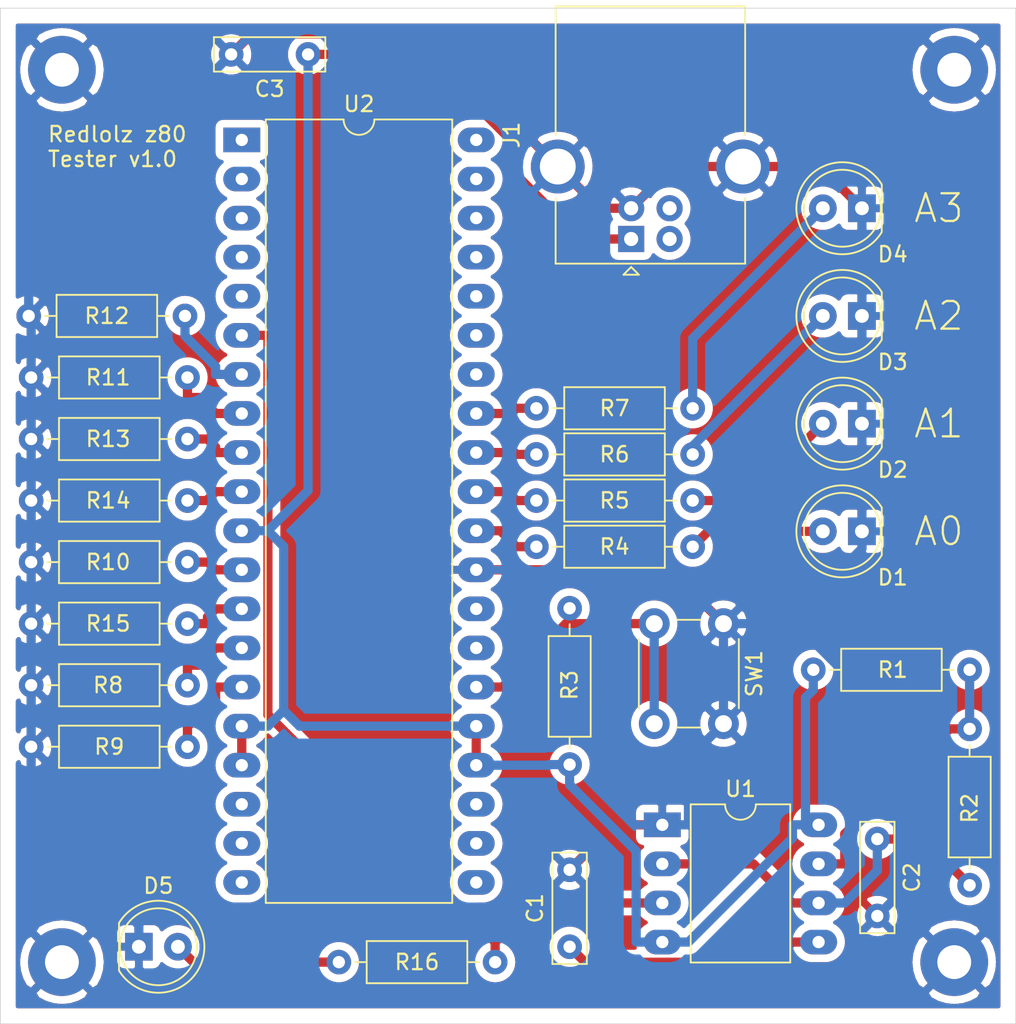
<source format=kicad_pcb>
(kicad_pcb (version 20171130) (host pcbnew 5.1.4)
  (layers (0 F.Cu signal) (31 B.Cu signal) (34 B.Paste user) (35 F.Paste user) (36 B.SilkS user) (37 F.SilkS user) (38 B.Mask user) (39 F.Mask user) (44 Edge.Cuts user))
  (net 0 "")
  (net 1 GND)
  (net 2 "Net-(C1-Pad1)")
  (net 3 "Net-(C2-Pad1)")
  (net 4 +5V)
  (net 5 "Net-(D1-Pad2)")
  (net 6 "Net-(D2-Pad2)")
  (net 7 "Net-(D3-Pad2)")
  (net 8 "Net-(D4-Pad2)")
  (net 9 "Net-(R1-Pad1)")
  (net 10 "Net-(R3-Pad1)")
  (net 11 A0)
  (net 12 A1)
  (net 13 A2)
  (net 14 A3)
  (net 15 D0)
  (net 16 D1)
  (net 17 D2)
  (net 18 D3)
  (net 19 D4)
  (net 20 D5)
  (net 21 D6)
  (net 22 D7)
  (net 23 "Net-(D5-Pad2)")
  (net 24 "Net-(R16-Pad2)")
  (module MountingHole:MountingHole_2.2mm_M2_Pad (layer F.Cu) (at 140 71)
    (fp_text reference H4 hide)
    (fp_text value MountingHole_Pad hide)
    (pad 1 thru_hole circle (at 0 0) (size 4.4 4.4) (drill 2.2) (layers *.Cu *.Mask) (net 1 GND))
  )
  (module MountingHole:MountingHole_2.2mm_M2_Pad (layer F.Cu) (at 82 71)
    (fp_text reference H3 hide)
    (fp_text value MountingHole_Pad hide)
    (pad 1 thru_hole circle (at 0 0) (size 4.4 4.4) (drill 2.2) (layers *.Cu *.Mask) (net 1 GND))
  )
  (module MountingHole:MountingHole_2.2mm_M2_Pad (layer F.Cu) (at 140 129)
    (fp_text reference H2 hide)
    (fp_text value MountingHole_Pad hide)
    (pad 1 thru_hole circle (at 0 0) (size 4.4 4.4) (drill 2.2) (layers *.Cu *.Mask) (net 1 GND))
  )
  (module MountingHole:MountingHole_2.2mm_M2_Pad (layer F.Cu) (at 82 129)
    (fp_text reference H1 hide)
    (fp_text value MountingHole_Pad hide)
    (pad 1 thru_hole circle (at 0 0) (size 4.4 4.4) (drill 2.2) (layers *.Cu *.Mask) (net 1 GND))
  )
  (module Resistor_THT:R_Axial_DIN0207_L6.3mm_D2.5mm_P10.16mm_Horizontal (layer F.Cu) (at 100 129)
    (fp_text reference R16 (at 5.08 0) (layer F.SilkS))
    (fp_text value 150 hide)
    (fp_line (start 9.12 0) (end 8.35 0) (layer F.SilkS) (width 0.12))
    (fp_line (start 1.04 0) (end 1.81 0) (layer F.SilkS) (width 0.12))
    (fp_line (start 8.35 -1.37) (end 1.81 -1.37) (layer F.SilkS) (width 0.12))
    (fp_line (start 8.35 1.37) (end 8.35 -1.37) (layer F.SilkS) (width 0.12))
    (fp_line (start 1.81 1.37) (end 8.35 1.37) (layer F.SilkS) (width 0.12))
    (fp_line (start 1.81 -1.37) (end 1.81 1.37) (layer F.SilkS) (width 0.12))
    (pad 2 thru_hole oval (at 10.16 0) (size 1.6 1.6) (drill 0.8) (layers *.Cu *.Mask) (net 24 "Net-(R16-Pad2)"))
    (pad 1 thru_hole circle (at 0 0) (size 1.6 1.6) (drill 0.8) (layers *.Cu *.Mask) (net 23 "Net-(D5-Pad2)"))
  )
  (module LED_THT:LED_D5.0mm (layer F.Cu) (at 87 128)
    (fp_text reference D5 (at 1.27 -3.96) (layer F.SilkS))
    (fp_text value LED)
    (fp_line (start -1.29 -1.545) (end -1.29 1.545) (layer F.SilkS) (width 0.12))
    (fp_circle (center 1.27 0) (end 3.77 0) (layer F.SilkS) (width 0.12))
    (fp_arc (start 1.27 0) (end -1.29 1.54483) (angle -148.9) (layer F.SilkS) (width 0.12))
    (fp_arc (start 1.27 0) (end -1.29 -1.54483) (angle 148.9) (layer F.SilkS) (width 0.12))
    (pad 2 thru_hole circle (at 2.54 0) (size 1.8 1.8) (drill 0.9) (layers *.Cu *.Mask) (net 23 "Net-(D5-Pad2)"))
    (pad 1 thru_hole rect (at 0 0) (size 1.8 1.8) (drill 0.9) (layers *.Cu *.Mask) (net 1 GND))
  )
  (module Package_DIP:DIP-8_W10.16mm_LongPads (layer F.Cu) (at 121.025 120.075)
    (fp_text reference U1 (at 5.08 -2.33) (layer F.SilkS))
    (fp_text value NE555)
    (fp_line (start 8.315 -1.33) (end 6.08 -1.33) (layer F.SilkS) (width 0.12))
    (fp_line (start 8.315 8.95) (end 8.315 -1.33) (layer F.SilkS) (width 0.12))
    (fp_line (start 1.845 8.95) (end 8.315 8.95) (layer F.SilkS) (width 0.12))
    (fp_line (start 1.845 -1.33) (end 1.845 8.95) (layer F.SilkS) (width 0.12))
    (fp_line (start 4.08 -1.33) (end 1.845 -1.33) (layer F.SilkS) (width 0.12))
    (fp_arc (start 5.08 -1.33) (end 4.08 -1.33) (angle -180) (layer F.SilkS) (width 0.12))
    (pad 8 thru_hole oval (at 10.16 0) (size 2.4 1.6) (drill 0.8) (layers *.Cu *.Mask) (net 4 +5V))
    (pad 4 thru_hole oval (at 0 7.62) (size 2.4 1.6) (drill 0.8) (layers *.Cu *.Mask) (net 4 +5V))
    (pad 7 thru_hole oval (at 10.16 2.54) (size 2.4 1.6) (drill 0.8) (layers *.Cu *.Mask) (net 9 "Net-(R1-Pad1)"))
    (pad 3 thru_hole oval (at 0 5.08) (size 2.4 1.6) (drill 0.8) (layers *.Cu *.Mask) (net 24 "Net-(R16-Pad2)"))
    (pad 6 thru_hole oval (at 10.16 5.08) (size 2.4 1.6) (drill 0.8) (layers *.Cu *.Mask) (net 3 "Net-(C2-Pad1)"))
    (pad 2 thru_hole oval (at 0 2.54) (size 2.4 1.6) (drill 0.8) (layers *.Cu *.Mask) (net 3 "Net-(C2-Pad1)"))
    (pad 5 thru_hole oval (at 10.16 7.62) (size 2.4 1.6) (drill 0.8) (layers *.Cu *.Mask) (net 2 "Net-(C1-Pad1)"))
    (pad 1 thru_hole rect (at 0 0) (size 2.4 1.6) (drill 0.8) (layers *.Cu *.Mask) (net 1 GND))
  )
  (module Button_Switch_THT:SW_PUSH_6mm (layer F.Cu) (at 125 107 270)
    (fp_text reference SW1 (at 3.25 -2 90) (layer F.SilkS))
    (fp_text value SW_Push)
    (fp_line (start 6.75 3) (end 6.75 1.5) (layer F.SilkS) (width 0.12))
    (fp_line (start 5.5 -1) (end 1 -1) (layer F.SilkS) (width 0.12))
    (fp_line (start -0.25 1.5) (end -0.25 3) (layer F.SilkS) (width 0.12))
    (fp_line (start 1 5.5) (end 5.5 5.5) (layer F.SilkS) (width 0.12))
    (pad 1 thru_hole circle (at 6.5 0) (size 2 2) (drill 1.1) (layers *.Cu *.Mask) (net 1 GND))
    (pad 2 thru_hole circle (at 6.5 4.5) (size 2 2) (drill 1.1) (layers *.Cu *.Mask) (net 10 "Net-(R3-Pad1)"))
    (pad 1 thru_hole circle (at 0 0) (size 2 2) (drill 1.1) (layers *.Cu *.Mask) (net 1 GND))
    (pad 2 thru_hole circle (at 0 4.5) (size 2 2) (drill 1.1) (layers *.Cu *.Mask) (net 10 "Net-(R3-Pad1)"))
  )
  (module Package_DIP:DIP-40_W15.24mm_LongPads (layer F.Cu) (at 93.69 75.56)
    (fp_text reference U2 (at 7.62 -2.33) (layer F.SilkS))
    (fp_text value Z80CPU)
    (fp_line (start 13.68 -1.33) (end 8.62 -1.33) (layer F.SilkS) (width 0.12))
    (fp_line (start 13.68 49.59) (end 13.68 -1.33) (layer F.SilkS) (width 0.12))
    (fp_line (start 1.56 49.59) (end 13.68 49.59) (layer F.SilkS) (width 0.12))
    (fp_line (start 1.56 -1.33) (end 1.56 49.59) (layer F.SilkS) (width 0.12))
    (fp_line (start 6.62 -1.33) (end 1.56 -1.33) (layer F.SilkS) (width 0.12))
    (fp_arc (start 7.62 -1.33) (end 6.62 -1.33) (angle -180) (layer F.SilkS) (width 0.12))
    (pad 40 thru_hole oval (at 15.24 0) (size 2.4 1.6) (drill 0.8) (layers *.Cu *.Mask))
    (pad 20 thru_hole oval (at 0 48.26) (size 2.4 1.6) (drill 0.8) (layers *.Cu *.Mask))
    (pad 39 thru_hole oval (at 15.24 2.54) (size 2.4 1.6) (drill 0.8) (layers *.Cu *.Mask))
    (pad 19 thru_hole oval (at 0 45.72) (size 2.4 1.6) (drill 0.8) (layers *.Cu *.Mask))
    (pad 38 thru_hole oval (at 15.24 5.08) (size 2.4 1.6) (drill 0.8) (layers *.Cu *.Mask))
    (pad 18 thru_hole oval (at 0 43.18) (size 2.4 1.6) (drill 0.8) (layers *.Cu *.Mask))
    (pad 37 thru_hole oval (at 15.24 7.62) (size 2.4 1.6) (drill 0.8) (layers *.Cu *.Mask))
    (pad 17 thru_hole oval (at 0 40.64) (size 2.4 1.6) (drill 0.8) (layers *.Cu *.Mask) (net 4 +5V))
    (pad 36 thru_hole oval (at 15.24 10.16) (size 2.4 1.6) (drill 0.8) (layers *.Cu *.Mask))
    (pad 16 thru_hole oval (at 0 38.1) (size 2.4 1.6) (drill 0.8) (layers *.Cu *.Mask) (net 4 +5V))
    (pad 35 thru_hole oval (at 15.24 12.7) (size 2.4 1.6) (drill 0.8) (layers *.Cu *.Mask))
    (pad 15 thru_hole oval (at 0 35.56) (size 2.4 1.6) (drill 0.8) (layers *.Cu *.Mask) (net 16 D1))
    (pad 34 thru_hole oval (at 15.24 15.24) (size 2.4 1.6) (drill 0.8) (layers *.Cu *.Mask))
    (pad 14 thru_hole oval (at 0 33.02) (size 2.4 1.6) (drill 0.8) (layers *.Cu *.Mask) (net 15 D0))
    (pad 33 thru_hole oval (at 15.24 17.78) (size 2.4 1.6) (drill 0.8) (layers *.Cu *.Mask) (net 14 A3))
    (pad 13 thru_hole oval (at 0 30.48) (size 2.4 1.6) (drill 0.8) (layers *.Cu *.Mask) (net 22 D7))
    (pad 32 thru_hole oval (at 15.24 20.32) (size 2.4 1.6) (drill 0.8) (layers *.Cu *.Mask) (net 13 A2))
    (pad 12 thru_hole oval (at 0 27.94) (size 2.4 1.6) (drill 0.8) (layers *.Cu *.Mask) (net 17 D2))
    (pad 31 thru_hole oval (at 15.24 22.86) (size 2.4 1.6) (drill 0.8) (layers *.Cu *.Mask) (net 12 A1))
    (pad 11 thru_hole oval (at 0 25.4) (size 2.4 1.6) (drill 0.8) (layers *.Cu *.Mask) (net 4 +5V))
    (pad 30 thru_hole oval (at 15.24 25.4) (size 2.4 1.6) (drill 0.8) (layers *.Cu *.Mask) (net 11 A0))
    (pad 10 thru_hole oval (at 0 22.86) (size 2.4 1.6) (drill 0.8) (layers *.Cu *.Mask) (net 21 D6))
    (pad 29 thru_hole oval (at 15.24 27.94) (size 2.4 1.6) (drill 0.8) (layers *.Cu *.Mask) (net 1 GND))
    (pad 9 thru_hole oval (at 0 20.32) (size 2.4 1.6) (drill 0.8) (layers *.Cu *.Mask) (net 20 D5))
    (pad 28 thru_hole oval (at 15.24 30.48) (size 2.4 1.6) (drill 0.8) (layers *.Cu *.Mask))
    (pad 8 thru_hole oval (at 0 17.78) (size 2.4 1.6) (drill 0.8) (layers *.Cu *.Mask) (net 18 D3))
    (pad 27 thru_hole oval (at 15.24 33.02) (size 2.4 1.6) (drill 0.8) (layers *.Cu *.Mask))
    (pad 7 thru_hole oval (at 0 15.24) (size 2.4 1.6) (drill 0.8) (layers *.Cu *.Mask) (net 19 D4))
    (pad 26 thru_hole oval (at 15.24 35.56) (size 2.4 1.6) (drill 0.8) (layers *.Cu *.Mask) (net 10 "Net-(R3-Pad1)"))
    (pad 6 thru_hole oval (at 0 12.7) (size 2.4 1.6) (drill 0.8) (layers *.Cu *.Mask) (net 24 "Net-(R16-Pad2)"))
    (pad 25 thru_hole oval (at 15.24 38.1) (size 2.4 1.6) (drill 0.8) (layers *.Cu *.Mask) (net 4 +5V))
    (pad 5 thru_hole oval (at 0 10.16) (size 2.4 1.6) (drill 0.8) (layers *.Cu *.Mask))
    (pad 24 thru_hole oval (at 15.24 40.64) (size 2.4 1.6) (drill 0.8) (layers *.Cu *.Mask) (net 4 +5V))
    (pad 4 thru_hole oval (at 0 7.62) (size 2.4 1.6) (drill 0.8) (layers *.Cu *.Mask))
    (pad 23 thru_hole oval (at 15.24 43.18) (size 2.4 1.6) (drill 0.8) (layers *.Cu *.Mask))
    (pad 3 thru_hole oval (at 0 5.08) (size 2.4 1.6) (drill 0.8) (layers *.Cu *.Mask))
    (pad 22 thru_hole oval (at 15.24 45.72) (size 2.4 1.6) (drill 0.8) (layers *.Cu *.Mask))
    (pad 2 thru_hole oval (at 0 2.54) (size 2.4 1.6) (drill 0.8) (layers *.Cu *.Mask))
    (pad 21 thru_hole oval (at 15.24 48.26) (size 2.4 1.6) (drill 0.8) (layers *.Cu *.Mask))
    (pad 1 thru_hole rect (at 0 0) (size 2.4 1.6) (drill 0.8) (layers *.Cu *.Mask))
  )
  (module Resistor_THT:R_Axial_DIN0207_L6.3mm_D2.5mm_P10.16mm_Horizontal (layer F.Cu) (at 80 107)
    (fp_text reference R15 (at 5 0) (layer F.SilkS))
    (fp_text value 470 hide)
    (fp_line (start 9.12 0) (end 8.35 0) (layer F.SilkS) (width 0.12))
    (fp_line (start 1.04 0) (end 1.81 0) (layer F.SilkS) (width 0.12))
    (fp_line (start 8.35 -1.37) (end 1.81 -1.37) (layer F.SilkS) (width 0.12))
    (fp_line (start 8.35 1.37) (end 8.35 -1.37) (layer F.SilkS) (width 0.12))
    (fp_line (start 1.81 1.37) (end 8.35 1.37) (layer F.SilkS) (width 0.12))
    (fp_line (start 1.81 -1.37) (end 1.81 1.37) (layer F.SilkS) (width 0.12))
    (pad 2 thru_hole oval (at 10.16 0) (size 1.6 1.6) (drill 0.8) (layers *.Cu *.Mask) (net 22 D7))
    (pad 1 thru_hole circle (at 0 0) (size 1.6 1.6) (drill 0.8) (layers *.Cu *.Mask) (net 1 GND))
  )
  (module Resistor_THT:R_Axial_DIN0207_L6.3mm_D2.5mm_P10.16mm_Horizontal (layer F.Cu) (at 80 99)
    (fp_text reference R14 (at 5 0) (layer F.SilkS))
    (fp_text value 470 hide)
    (fp_line (start 9.12 0) (end 8.35 0) (layer F.SilkS) (width 0.12))
    (fp_line (start 1.04 0) (end 1.81 0) (layer F.SilkS) (width 0.12))
    (fp_line (start 8.35 -1.37) (end 1.81 -1.37) (layer F.SilkS) (width 0.12))
    (fp_line (start 8.35 1.37) (end 8.35 -1.37) (layer F.SilkS) (width 0.12))
    (fp_line (start 1.81 1.37) (end 8.35 1.37) (layer F.SilkS) (width 0.12))
    (fp_line (start 1.81 -1.37) (end 1.81 1.37) (layer F.SilkS) (width 0.12))
    (pad 2 thru_hole oval (at 10.16 0) (size 1.6 1.6) (drill 0.8) (layers *.Cu *.Mask) (net 21 D6))
    (pad 1 thru_hole circle (at 0 0) (size 1.6 1.6) (drill 0.8) (layers *.Cu *.Mask) (net 1 GND))
  )
  (module Resistor_THT:R_Axial_DIN0207_L6.3mm_D2.5mm_P10.16mm_Horizontal (layer F.Cu) (at 80 95)
    (fp_text reference R13 (at 5 0) (layer F.SilkS))
    (fp_text value 470 hide)
    (fp_line (start 9.12 0) (end 8.35 0) (layer F.SilkS) (width 0.12))
    (fp_line (start 1.04 0) (end 1.81 0) (layer F.SilkS) (width 0.12))
    (fp_line (start 8.35 -1.37) (end 1.81 -1.37) (layer F.SilkS) (width 0.12))
    (fp_line (start 8.35 1.37) (end 8.35 -1.37) (layer F.SilkS) (width 0.12))
    (fp_line (start 1.81 1.37) (end 8.35 1.37) (layer F.SilkS) (width 0.12))
    (fp_line (start 1.81 -1.37) (end 1.81 1.37) (layer F.SilkS) (width 0.12))
    (pad 2 thru_hole oval (at 10.16 0) (size 1.6 1.6) (drill 0.8) (layers *.Cu *.Mask) (net 20 D5))
    (pad 1 thru_hole circle (at 0 0) (size 1.6 1.6) (drill 0.8) (layers *.Cu *.Mask) (net 1 GND))
  )
  (module Resistor_THT:R_Axial_DIN0207_L6.3mm_D2.5mm_P10.16mm_Horizontal (layer F.Cu) (at 79.84 87)
    (fp_text reference R12 (at 5.08 0) (layer F.SilkS))
    (fp_text value 470 hide)
    (fp_line (start 9.12 0) (end 8.35 0) (layer F.SilkS) (width 0.12))
    (fp_line (start 1.04 0) (end 1.81 0) (layer F.SilkS) (width 0.12))
    (fp_line (start 8.35 -1.37) (end 1.81 -1.37) (layer F.SilkS) (width 0.12))
    (fp_line (start 8.35 1.37) (end 8.35 -1.37) (layer F.SilkS) (width 0.12))
    (fp_line (start 1.81 1.37) (end 8.35 1.37) (layer F.SilkS) (width 0.12))
    (fp_line (start 1.81 -1.37) (end 1.81 1.37) (layer F.SilkS) (width 0.12))
    (pad 2 thru_hole oval (at 10.16 0) (size 1.6 1.6) (drill 0.8) (layers *.Cu *.Mask) (net 19 D4))
    (pad 1 thru_hole circle (at 0 0) (size 1.6 1.6) (drill 0.8) (layers *.Cu *.Mask) (net 1 GND))
  )
  (module Resistor_THT:R_Axial_DIN0207_L6.3mm_D2.5mm_P10.16mm_Horizontal (layer F.Cu) (at 80 91)
    (fp_text reference R11 (at 5 0) (layer F.SilkS))
    (fp_text value 470 hide)
    (fp_line (start 9.12 0) (end 8.35 0) (layer F.SilkS) (width 0.12))
    (fp_line (start 1.04 0) (end 1.81 0) (layer F.SilkS) (width 0.12))
    (fp_line (start 8.35 -1.37) (end 1.81 -1.37) (layer F.SilkS) (width 0.12))
    (fp_line (start 8.35 1.37) (end 8.35 -1.37) (layer F.SilkS) (width 0.12))
    (fp_line (start 1.81 1.37) (end 8.35 1.37) (layer F.SilkS) (width 0.12))
    (fp_line (start 1.81 -1.37) (end 1.81 1.37) (layer F.SilkS) (width 0.12))
    (pad 2 thru_hole oval (at 10.16 0) (size 1.6 1.6) (drill 0.8) (layers *.Cu *.Mask) (net 18 D3))
    (pad 1 thru_hole circle (at 0 0) (size 1.6 1.6) (drill 0.8) (layers *.Cu *.Mask) (net 1 GND))
  )
  (module Resistor_THT:R_Axial_DIN0207_L6.3mm_D2.5mm_P10.16mm_Horizontal (layer F.Cu) (at 80 103)
    (fp_text reference R10 (at 5 0) (layer F.SilkS))
    (fp_text value 470 hide)
    (fp_line (start 9.12 0) (end 8.35 0) (layer F.SilkS) (width 0.12))
    (fp_line (start 1.04 0) (end 1.81 0) (layer F.SilkS) (width 0.12))
    (fp_line (start 8.35 -1.37) (end 1.81 -1.37) (layer F.SilkS) (width 0.12))
    (fp_line (start 8.35 1.37) (end 8.35 -1.37) (layer F.SilkS) (width 0.12))
    (fp_line (start 1.81 1.37) (end 8.35 1.37) (layer F.SilkS) (width 0.12))
    (fp_line (start 1.81 -1.37) (end 1.81 1.37) (layer F.SilkS) (width 0.12))
    (pad 2 thru_hole oval (at 10.16 0) (size 1.6 1.6) (drill 0.8) (layers *.Cu *.Mask) (net 17 D2))
    (pad 1 thru_hole circle (at 0 0) (size 1.6 1.6) (drill 0.8) (layers *.Cu *.Mask) (net 1 GND))
  )
  (module Resistor_THT:R_Axial_DIN0207_L6.3mm_D2.5mm_P10.16mm_Horizontal (layer F.Cu) (at 80 115)
    (fp_text reference R9 (at 5.08 0) (layer F.SilkS))
    (fp_text value 470 hide)
    (fp_line (start 9.12 0) (end 8.35 0) (layer F.SilkS) (width 0.12))
    (fp_line (start 1.04 0) (end 1.81 0) (layer F.SilkS) (width 0.12))
    (fp_line (start 8.35 -1.37) (end 1.81 -1.37) (layer F.SilkS) (width 0.12))
    (fp_line (start 8.35 1.37) (end 8.35 -1.37) (layer F.SilkS) (width 0.12))
    (fp_line (start 1.81 1.37) (end 8.35 1.37) (layer F.SilkS) (width 0.12))
    (fp_line (start 1.81 -1.37) (end 1.81 1.37) (layer F.SilkS) (width 0.12))
    (pad 2 thru_hole oval (at 10.16 0) (size 1.6 1.6) (drill 0.8) (layers *.Cu *.Mask) (net 16 D1))
    (pad 1 thru_hole circle (at 0 0) (size 1.6 1.6) (drill 0.8) (layers *.Cu *.Mask) (net 1 GND))
  )
  (module Resistor_THT:R_Axial_DIN0207_L6.3mm_D2.5mm_P10.16mm_Horizontal (layer F.Cu) (at 80 111)
    (fp_text reference R8 (at 5 0) (layer F.SilkS))
    (fp_text value 470 hide)
    (fp_line (start 9.12 0) (end 8.35 0) (layer F.SilkS) (width 0.12))
    (fp_line (start 1.04 0) (end 1.81 0) (layer F.SilkS) (width 0.12))
    (fp_line (start 8.35 -1.37) (end 1.81 -1.37) (layer F.SilkS) (width 0.12))
    (fp_line (start 8.35 1.37) (end 8.35 -1.37) (layer F.SilkS) (width 0.12))
    (fp_line (start 1.81 1.37) (end 8.35 1.37) (layer F.SilkS) (width 0.12))
    (fp_line (start 1.81 -1.37) (end 1.81 1.37) (layer F.SilkS) (width 0.12))
    (pad 2 thru_hole oval (at 10.16 0) (size 1.6 1.6) (drill 0.8) (layers *.Cu *.Mask) (net 15 D0))
    (pad 1 thru_hole circle (at 0 0) (size 1.6 1.6) (drill 0.8) (layers *.Cu *.Mask) (net 1 GND))
  )
  (module Resistor_THT:R_Axial_DIN0207_L6.3mm_D2.5mm_P10.16mm_Horizontal (layer F.Cu) (at 123 93 180)
    (fp_text reference R7 (at 5.08 0) (layer F.SilkS))
    (fp_text value 150 hide)
    (fp_line (start 9.12 0) (end 8.35 0) (layer F.SilkS) (width 0.12))
    (fp_line (start 1.04 0) (end 1.81 0) (layer F.SilkS) (width 0.12))
    (fp_line (start 8.35 -1.37) (end 1.81 -1.37) (layer F.SilkS) (width 0.12))
    (fp_line (start 8.35 1.37) (end 8.35 -1.37) (layer F.SilkS) (width 0.12))
    (fp_line (start 1.81 1.37) (end 8.35 1.37) (layer F.SilkS) (width 0.12))
    (fp_line (start 1.81 -1.37) (end 1.81 1.37) (layer F.SilkS) (width 0.12))
    (pad 2 thru_hole oval (at 10.16 0 180) (size 1.6 1.6) (drill 0.8) (layers *.Cu *.Mask) (net 14 A3))
    (pad 1 thru_hole circle (at 0 0 180) (size 1.6 1.6) (drill 0.8) (layers *.Cu *.Mask) (net 8 "Net-(D4-Pad2)"))
  )
  (module Resistor_THT:R_Axial_DIN0207_L6.3mm_D2.5mm_P10.16mm_Horizontal (layer F.Cu) (at 123 96 180)
    (fp_text reference R6 (at 5.08 0) (layer F.SilkS))
    (fp_text value 150 hide)
    (fp_line (start 9.12 0) (end 8.35 0) (layer F.SilkS) (width 0.12))
    (fp_line (start 1.04 0) (end 1.81 0) (layer F.SilkS) (width 0.12))
    (fp_line (start 8.35 -1.37) (end 1.81 -1.37) (layer F.SilkS) (width 0.12))
    (fp_line (start 8.35 1.37) (end 8.35 -1.37) (layer F.SilkS) (width 0.12))
    (fp_line (start 1.81 1.37) (end 8.35 1.37) (layer F.SilkS) (width 0.12))
    (fp_line (start 1.81 -1.37) (end 1.81 1.37) (layer F.SilkS) (width 0.12))
    (pad 2 thru_hole oval (at 10.16 0 180) (size 1.6 1.6) (drill 0.8) (layers *.Cu *.Mask) (net 13 A2))
    (pad 1 thru_hole circle (at 0 0 180) (size 1.6 1.6) (drill 0.8) (layers *.Cu *.Mask) (net 7 "Net-(D3-Pad2)"))
  )
  (module Resistor_THT:R_Axial_DIN0207_L6.3mm_D2.5mm_P10.16mm_Horizontal (layer F.Cu) (at 123 99 180)
    (fp_text reference R5 (at 5.08 0) (layer F.SilkS))
    (fp_text value 150 hide)
    (fp_line (start 9.12 0) (end 8.35 0) (layer F.SilkS) (width 0.12))
    (fp_line (start 1.04 0) (end 1.81 0) (layer F.SilkS) (width 0.12))
    (fp_line (start 8.35 -1.37) (end 1.81 -1.37) (layer F.SilkS) (width 0.12))
    (fp_line (start 8.35 1.37) (end 8.35 -1.37) (layer F.SilkS) (width 0.12))
    (fp_line (start 1.81 1.37) (end 8.35 1.37) (layer F.SilkS) (width 0.12))
    (fp_line (start 1.81 -1.37) (end 1.81 1.37) (layer F.SilkS) (width 0.12))
    (pad 2 thru_hole oval (at 10.16 0 180) (size 1.6 1.6) (drill 0.8) (layers *.Cu *.Mask) (net 12 A1))
    (pad 1 thru_hole circle (at 0 0 180) (size 1.6 1.6) (drill 0.8) (layers *.Cu *.Mask) (net 6 "Net-(D2-Pad2)"))
  )
  (module Resistor_THT:R_Axial_DIN0207_L6.3mm_D2.5mm_P10.16mm_Horizontal (layer F.Cu) (at 123 102 180)
    (fp_text reference R4 (at 5.08 0) (layer F.SilkS))
    (fp_text value 150 hide)
    (fp_line (start 9.12 0) (end 8.35 0) (layer F.SilkS) (width 0.12))
    (fp_line (start 1.04 0) (end 1.81 0) (layer F.SilkS) (width 0.12))
    (fp_line (start 8.35 -1.37) (end 1.81 -1.37) (layer F.SilkS) (width 0.12))
    (fp_line (start 8.35 1.37) (end 8.35 -1.37) (layer F.SilkS) (width 0.12))
    (fp_line (start 1.81 1.37) (end 8.35 1.37) (layer F.SilkS) (width 0.12))
    (fp_line (start 1.81 -1.37) (end 1.81 1.37) (layer F.SilkS) (width 0.12))
    (pad 2 thru_hole oval (at 10.16 0 180) (size 1.6 1.6) (drill 0.8) (layers *.Cu *.Mask) (net 11 A0))
    (pad 1 thru_hole circle (at 0 0 180) (size 1.6 1.6) (drill 0.8) (layers *.Cu *.Mask) (net 5 "Net-(D1-Pad2)"))
  )
  (module Resistor_THT:R_Axial_DIN0207_L6.3mm_D2.5mm_P10.16mm_Horizontal (layer F.Cu) (at 115 106 270)
    (fp_text reference R3 (at 5 0 90) (layer F.SilkS))
    (fp_text value 470 hide)
    (fp_line (start 9.12 0) (end 8.35 0) (layer F.SilkS) (width 0.12))
    (fp_line (start 1.04 0) (end 1.81 0) (layer F.SilkS) (width 0.12))
    (fp_line (start 8.35 -1.37) (end 1.81 -1.37) (layer F.SilkS) (width 0.12))
    (fp_line (start 8.35 1.37) (end 8.35 -1.37) (layer F.SilkS) (width 0.12))
    (fp_line (start 1.81 1.37) (end 8.35 1.37) (layer F.SilkS) (width 0.12))
    (fp_line (start 1.81 -1.37) (end 1.81 1.37) (layer F.SilkS) (width 0.12))
    (pad 2 thru_hole oval (at 10.16 0 270) (size 1.6 1.6) (drill 0.8) (layers *.Cu *.Mask) (net 4 +5V))
    (pad 1 thru_hole circle (at 0 0 270) (size 1.6 1.6) (drill 0.8) (layers *.Cu *.Mask) (net 10 "Net-(R3-Pad1)"))
  )
  (module Resistor_THT:R_Axial_DIN0207_L6.3mm_D2.5mm_P10.16mm_Horizontal (layer F.Cu) (at 141 124 90)
    (fp_text reference R2 (at 5 0 90) (layer F.SilkS))
    (fp_text value 100k hide)
    (fp_line (start 9.12 0) (end 8.35 0) (layer F.SilkS) (width 0.12))
    (fp_line (start 1.04 0) (end 1.81 0) (layer F.SilkS) (width 0.12))
    (fp_line (start 8.35 -1.37) (end 1.81 -1.37) (layer F.SilkS) (width 0.12))
    (fp_line (start 8.35 1.37) (end 8.35 -1.37) (layer F.SilkS) (width 0.12))
    (fp_line (start 1.81 1.37) (end 8.35 1.37) (layer F.SilkS) (width 0.12))
    (fp_line (start 1.81 -1.37) (end 1.81 1.37) (layer F.SilkS) (width 0.12))
    (pad 2 thru_hole oval (at 10.16 0 90) (size 1.6 1.6) (drill 0.8) (layers *.Cu *.Mask) (net 9 "Net-(R1-Pad1)"))
    (pad 1 thru_hole circle (at 0 0 90) (size 1.6 1.6) (drill 0.8) (layers *.Cu *.Mask) (net 3 "Net-(C2-Pad1)"))
  )
  (module Resistor_THT:R_Axial_DIN0207_L6.3mm_D2.5mm_P10.16mm_Horizontal (layer F.Cu) (at 141 110 180)
    (fp_text reference R1 (at 5 0) (layer F.SilkS))
    (fp_text value 1k hide)
    (fp_line (start 9.12 0) (end 8.35 0) (layer F.SilkS) (width 0.12))
    (fp_line (start 1.04 0) (end 1.81 0) (layer F.SilkS) (width 0.12))
    (fp_line (start 8.35 -1.37) (end 1.81 -1.37) (layer F.SilkS) (width 0.12))
    (fp_line (start 8.35 1.37) (end 8.35 -1.37) (layer F.SilkS) (width 0.12))
    (fp_line (start 1.81 1.37) (end 8.35 1.37) (layer F.SilkS) (width 0.12))
    (fp_line (start 1.81 -1.37) (end 1.81 1.37) (layer F.SilkS) (width 0.12))
    (pad 2 thru_hole oval (at 10.16 0 180) (size 1.6 1.6) (drill 0.8) (layers *.Cu *.Mask) (net 4 +5V))
    (pad 1 thru_hole circle (at 0 0 180) (size 1.6 1.6) (drill 0.8) (layers *.Cu *.Mask) (net 9 "Net-(R1-Pad1)"))
  )
  (module Connector_USB:USB_B_OST_USB-B1HSxx_Horizontal (layer F.Cu) (at 119 82 90)
    (fp_text reference J1 (at 6.76 -7.77 90) (layer F.SilkS))
    (fp_text value USB_B)
    (fp_line (start -2.32 0.5) (end -1.82 0) (layer F.SilkS) (width 0.12))
    (fp_line (start -2.32 -0.5) (end -2.32 0.5) (layer F.SilkS) (width 0.12))
    (fp_line (start -1.82 0) (end -2.32 -0.5) (layer F.SilkS) (width 0.12))
    (fp_line (start 15.12 7.41) (end 6.76 7.41) (layer F.SilkS) (width 0.12))
    (fp_line (start 15.12 -4.91) (end 15.12 7.41) (layer F.SilkS) (width 0.12))
    (fp_line (start 6.76 -4.91) (end 15.12 -4.91) (layer F.SilkS) (width 0.12))
    (fp_line (start -1.6 7.41) (end 2.66 7.41) (layer F.SilkS) (width 0.12))
    (fp_line (start -1.6 -4.91) (end -1.6 7.41) (layer F.SilkS) (width 0.12))
    (fp_line (start 2.66 -4.91) (end -1.6 -4.91) (layer F.SilkS) (width 0.12))
    (pad 5 thru_hole circle (at 4.71 7.27 90) (size 3.5 3.5) (drill 2.33) (layers *.Cu *.Mask) (net 1 GND))
    (pad 5 thru_hole circle (at 4.71 -4.77 90) (size 3.5 3.5) (drill 2.33) (layers *.Cu *.Mask) (net 1 GND))
    (pad 4 thru_hole circle (at 2 0 90) (size 1.7 1.7) (drill 0.92) (layers *.Cu *.Mask) (net 1 GND))
    (pad 3 thru_hole circle (at 2 2.5 90) (size 1.7 1.7) (drill 0.92) (layers *.Cu *.Mask))
    (pad 2 thru_hole circle (at 0 2.5 90) (size 1.7 1.7) (drill 0.92) (layers *.Cu *.Mask))
    (pad 1 thru_hole rect (at 0 0 90) (size 1.7 1.7) (drill 0.92) (layers *.Cu *.Mask) (net 4 +5V))
  )
  (module LED_THT:LED_D5.0mm (layer F.Cu) (at 134 80 180)
    (fp_text reference D4 (at -2 -3) (layer F.SilkS))
    (fp_text value LED hide)
    (fp_line (start -1.29 -1.545) (end -1.29 1.545) (layer F.SilkS) (width 0.12))
    (fp_circle (center 1.27 0) (end 3.77 0) (layer F.SilkS) (width 0.12))
    (fp_arc (start 1.27 0) (end -1.29 1.54483) (angle -148.9) (layer F.SilkS) (width 0.12))
    (fp_arc (start 1.27 0) (end -1.29 -1.54483) (angle 148.9) (layer F.SilkS) (width 0.12))
    (pad 2 thru_hole circle (at 2.54 0 180) (size 1.8 1.8) (drill 0.9) (layers *.Cu *.Mask) (net 8 "Net-(D4-Pad2)"))
    (pad 1 thru_hole rect (at 0 0 180) (size 1.8 1.8) (drill 0.9) (layers *.Cu *.Mask) (net 1 GND))
  )
  (module LED_THT:LED_D5.0mm (layer F.Cu) (at 134 87 180)
    (fp_text reference D3 (at -2 -3) (layer F.SilkS))
    (fp_text value LED hide)
    (fp_line (start -1.29 -1.545) (end -1.29 1.545) (layer F.SilkS) (width 0.12))
    (fp_circle (center 1.27 0) (end 3.77 0) (layer F.SilkS) (width 0.12))
    (fp_arc (start 1.27 0) (end -1.29 1.54483) (angle -148.9) (layer F.SilkS) (width 0.12))
    (fp_arc (start 1.27 0) (end -1.29 -1.54483) (angle 148.9) (layer F.SilkS) (width 0.12))
    (pad 2 thru_hole circle (at 2.54 0 180) (size 1.8 1.8) (drill 0.9) (layers *.Cu *.Mask) (net 7 "Net-(D3-Pad2)"))
    (pad 1 thru_hole rect (at 0 0 180) (size 1.8 1.8) (drill 0.9) (layers *.Cu *.Mask) (net 1 GND))
  )
  (module LED_THT:LED_D5.0mm (layer F.Cu) (at 134 94 180)
    (fp_text reference D2 (at -2 -3) (layer F.SilkS))
    (fp_text value LED hide)
    (fp_line (start -1.29 -1.545) (end -1.29 1.545) (layer F.SilkS) (width 0.12))
    (fp_circle (center 1.27 0) (end 3.77 0) (layer F.SilkS) (width 0.12))
    (fp_arc (start 1.27 0) (end -1.29 1.54483) (angle -148.9) (layer F.SilkS) (width 0.12))
    (fp_arc (start 1.27 0) (end -1.29 -1.54483) (angle 148.9) (layer F.SilkS) (width 0.12))
    (pad 2 thru_hole circle (at 2.54 0 180) (size 1.8 1.8) (drill 0.9) (layers *.Cu *.Mask) (net 6 "Net-(D2-Pad2)"))
    (pad 1 thru_hole rect (at 0 0 180) (size 1.8 1.8) (drill 0.9) (layers *.Cu *.Mask) (net 1 GND))
  )
  (module LED_THT:LED_D5.0mm (layer F.Cu) (at 134 101 180)
    (fp_text reference D1 (at -2 -3) (layer F.SilkS))
    (fp_text value LED hide)
    (fp_line (start -1.29 -1.545) (end -1.29 1.545) (layer F.SilkS) (width 0.12))
    (fp_circle (center 1.27 0) (end 3.77 0) (layer F.SilkS) (width 0.12))
    (fp_arc (start 1.27 0) (end -1.29 1.54483) (angle -148.9) (layer F.SilkS) (width 0.12))
    (fp_arc (start 1.27 0) (end -1.29 -1.54483) (angle 148.9) (layer F.SilkS) (width 0.12))
    (pad 2 thru_hole circle (at 2.54 0 180) (size 1.8 1.8) (drill 0.9) (layers *.Cu *.Mask) (net 5 "Net-(D1-Pad2)"))
    (pad 1 thru_hole rect (at 0 0 180) (size 1.8 1.8) (drill 0.9) (layers *.Cu *.Mask) (net 1 GND))
  )
  (module Capacitor_THT:C_Rect_L7.0mm_W2.0mm_P5.00mm (layer F.Cu) (at 98 70 180)
    (fp_text reference C3 (at 2.5 -2.25) (layer F.SilkS))
    (fp_text value 100nF)
    (fp_line (start 6.12 -1.12) (end 6.12 1.12) (layer F.SilkS) (width 0.12))
    (fp_line (start -1.12 -1.12) (end -1.12 1.12) (layer F.SilkS) (width 0.12))
    (fp_line (start -1.12 1.12) (end 6.12 1.12) (layer F.SilkS) (width 0.12))
    (fp_line (start -1.12 -1.12) (end 6.12 -1.12) (layer F.SilkS) (width 0.12))
    (pad 2 thru_hole circle (at 5 0 180) (size 1.6 1.6) (drill 0.8) (layers *.Cu *.Mask) (net 1 GND))
    (pad 1 thru_hole circle (at 0 0 180) (size 1.6 1.6) (drill 0.8) (layers *.Cu *.Mask) (net 4 +5V))
  )
  (module Capacitor_THT:C_Rect_L7.0mm_W2.0mm_P5.00mm (layer F.Cu) (at 135 121 270)
    (fp_text reference C2 (at 2.5 -2.25 90) (layer F.SilkS))
    (fp_text value 1uF)
    (fp_line (start 6.12 -1.12) (end 6.12 1.12) (layer F.SilkS) (width 0.12))
    (fp_line (start -1.12 -1.12) (end -1.12 1.12) (layer F.SilkS) (width 0.12))
    (fp_line (start -1.12 1.12) (end 6.12 1.12) (layer F.SilkS) (width 0.12))
    (fp_line (start -1.12 -1.12) (end 6.12 -1.12) (layer F.SilkS) (width 0.12))
    (pad 2 thru_hole circle (at 5 0 270) (size 1.6 1.6) (drill 0.8) (layers *.Cu *.Mask) (net 1 GND))
    (pad 1 thru_hole circle (at 0 0 270) (size 1.6 1.6) (drill 0.8) (layers *.Cu *.Mask) (net 3 "Net-(C2-Pad1)"))
  )
  (module Capacitor_THT:C_Rect_L7.0mm_W2.0mm_P5.00mm (layer F.Cu) (at 115 128 90)
    (fp_text reference C1 (at 2.5 -2.25 90) (layer F.SilkS))
    (fp_text value 10nF)
    (fp_line (start 6.12 -1.12) (end 6.12 1.12) (layer F.SilkS) (width 0.12))
    (fp_line (start -1.12 -1.12) (end -1.12 1.12) (layer F.SilkS) (width 0.12))
    (fp_line (start -1.12 1.12) (end 6.12 1.12) (layer F.SilkS) (width 0.12))
    (fp_line (start -1.12 -1.12) (end 6.12 -1.12) (layer F.SilkS) (width 0.12))
    (pad 2 thru_hole circle (at 5 0 90) (size 1.6 1.6) (drill 0.8) (layers *.Cu *.Mask) (net 1 GND))
    (pad 1 thru_hole circle (at 0 0 90) (size 1.6 1.6) (drill 0.8) (layers *.Cu *.Mask) (net 2 "Net-(C1-Pad1)"))
  )
  (gr_text "Redlolz z80\nTester v1.0" (at 81 76) (layer F.SilkS) (effects (font (size 1 1)) (justify left)))
  (gr_text A3 (at 139 80) (layer F.SilkS) (effects (font (size 1.8 1.8))))
  (gr_text A2 (at 139 87) (layer F.SilkS) (effects (font (size 1.8 1.8))))
  (gr_text A1 (at 139 94) (layer F.SilkS) (effects (font (size 1.8 1.8))))
  (gr_text A0 (at 139 101) (layer F.SilkS) (effects (font (size 1.8 1.8))))
  (gr_line (start 144 67) (end 144 133) (layer Edge.Cuts) (width 0.05))
  (gr_line (start 78 67) (end 144 67) (layer Edge.Cuts) (width 0.05))
  (gr_line (start 78 133) (end 78 67) (layer Edge.Cuts) (width 0.05))
  (gr_line (start 144 133) (end 78 133) (layer Edge.Cuts) (width 0.05))
  (segment (start 125 107) (end 121.5 103.5) (width 0.6) (layer F.Cu) (net 1))
  (segment (start 121.5 103.5) (end 108.93 103.5) (width 0.6) (layer F.Cu) (net 1))
  (segment (start 129.4029 106.7191) (end 129.122 107) (width 0.6) (layer B.Cu) (net 1))
  (segment (start 129.122 107) (end 125 107) (width 0.6) (layer B.Cu) (net 1))
  (segment (start 134 101.9781) (end 134 102.122) (width 0.6) (layer B.Cu) (net 1))
  (segment (start 134 102.122) (end 129.4029 106.7191) (width 0.6) (layer B.Cu) (net 1))
  (segment (start 129.4029 106.7191) (end 136.328 113.6443) (width 0.6) (layer B.Cu) (net 1))
  (segment (start 136.328 113.6443) (end 136.328 124.672) (width 0.6) (layer B.Cu) (net 1))
  (segment (start 136.328 124.672) (end 135 126) (width 0.6) (layer B.Cu) (net 1))
  (segment (start 134 101) (end 134 101.9781) (width 0.6) (layer B.Cu) (net 1))
  (segment (start 134 94) (end 134 101) (width 0.6) (layer B.Cu) (net 1))
  (segment (start 121.025 120.075) (end 122.7253 120.075) (width 0.6) (layer B.Cu) (net 1))
  (segment (start 122.7253 120.075) (end 122.7253 115.7747) (width 0.6) (layer B.Cu) (net 1))
  (segment (start 122.7253 115.7747) (end 125 113.5) (width 0.6) (layer B.Cu) (net 1))
  (segment (start 114.23 77.29) (end 105.61 68.67) (width 0.6) (layer F.Cu) (net 1))
  (segment (start 105.61 68.67) (end 94.33 68.67) (width 0.6) (layer F.Cu) (net 1))
  (segment (start 94.33 68.67) (end 93 70) (width 0.6) (layer F.Cu) (net 1))
  (segment (start 119 80) (end 116.94 80) (width 0.6) (layer F.Cu) (net 1))
  (segment (start 116.94 80) (end 114.23 77.29) (width 0.6) (layer F.Cu) (net 1))
  (segment (start 80 91) (end 80 87.16) (width 0.6) (layer B.Cu) (net 1))
  (segment (start 80 87.16) (end 79.84 87) (width 0.6) (layer B.Cu) (net 1))
  (segment (start 80 95) (end 80 91) (width 0.6) (layer B.Cu) (net 1))
  (segment (start 93 70) (end 79.84 83.16) (width 0.6) (layer B.Cu) (net 1))
  (segment (start 79.84 83.16) (end 79.84 87) (width 0.6) (layer B.Cu) (net 1))
  (segment (start 80 103) (end 80 107) (width 0.6) (layer B.Cu) (net 1))
  (segment (start 80 99) (end 80 103) (width 0.6) (layer B.Cu) (net 1))
  (segment (start 80 95) (end 80 99) (width 0.6) (layer B.Cu) (net 1))
  (segment (start 80 111) (end 80 107) (width 0.6) (layer B.Cu) (net 1))
  (segment (start 80 115) (end 80 111) (width 0.6) (layer B.Cu) (net 1))
  (segment (start 87 128) (end 87 126.5997) (width 0.6) (layer B.Cu) (net 1))
  (segment (start 87 126.5997) (end 80 119.5997) (width 0.6) (layer B.Cu) (net 1))
  (segment (start 80 119.5997) (end 80 115) (width 0.6) (layer B.Cu) (net 1))
  (segment (start 134 87) (end 134 80) (width 0.6) (layer B.Cu) (net 1))
  (segment (start 134 94) (end 134 87) (width 0.6) (layer B.Cu) (net 1))
  (segment (start 125 107) (end 125 113.5) (width 0.6) (layer B.Cu) (net 1))
  (segment (start 126.27 77.29) (end 131.29 77.29) (width 0.6) (layer F.Cu) (net 1))
  (segment (start 131.29 77.29) (end 134 80) (width 0.6) (layer F.Cu) (net 1))
  (segment (start 119 80) (end 121.71 77.29) (width 0.6) (layer F.Cu) (net 1))
  (segment (start 121.71 77.29) (end 126.27 77.29) (width 0.6) (layer F.Cu) (net 1))
  (segment (start 115 123) (end 117.925 120.075) (width 0.6) (layer F.Cu) (net 1))
  (segment (start 117.925 120.075) (end 121.025 120.075) (width 0.6) (layer F.Cu) (net 1))
  (segment (start 131.185 127.695) (end 129.4847 127.695) (width 0.6) (layer F.Cu) (net 2))
  (segment (start 115 128) (end 116.007 129.007) (width 0.6) (layer F.Cu) (net 2))
  (segment (start 116.007 129.007) (end 128.1727 129.007) (width 0.6) (layer F.Cu) (net 2))
  (segment (start 128.1727 129.007) (end 129.4847 127.695) (width 0.6) (layer F.Cu) (net 2))
  (segment (start 135 121) (end 138 121) (width 0.6) (layer F.Cu) (net 3))
  (segment (start 138 121) (end 141 124) (width 0.6) (layer F.Cu) (net 3))
  (segment (start 131.185 125.155) (end 129.4847 125.155) (width 0.6) (layer F.Cu) (net 3))
  (segment (start 121.025 122.615) (end 126.9447 122.615) (width 0.6) (layer F.Cu) (net 3))
  (segment (start 126.9447 122.615) (end 129.4847 125.155) (width 0.6) (layer F.Cu) (net 3))
  (segment (start 131.185 125.155) (end 132.8853 125.155) (width 0.6) (layer B.Cu) (net 3))
  (segment (start 135 121) (end 135 123.0403) (width 0.6) (layer B.Cu) (net 3))
  (segment (start 135 123.0403) (end 132.8853 125.155) (width 0.6) (layer B.Cu) (net 3))
  (segment (start 115 116.16) (end 113.6997 116.16) (width 0.6) (layer B.Cu) (net 4))
  (segment (start 108.93 116.2) (end 113.6597 116.2) (width 0.6) (layer B.Cu) (net 4))
  (segment (start 113.6597 116.2) (end 113.6997 116.16) (width 0.6) (layer B.Cu) (net 4))
  (segment (start 108.93 113.66) (end 108.93 116.2) (width 0.6) (layer F.Cu) (net 4))
  (segment (start 93.69 113.66) (end 93.69 116.2) (width 0.6) (layer F.Cu) (net 4))
  (segment (start 96.4153 112.635) (end 97.4403 113.66) (width 0.6) (layer B.Cu) (net 4))
  (segment (start 97.4403 113.66) (end 107.2297 113.66) (width 0.6) (layer B.Cu) (net 4))
  (segment (start 95.3903 100.96) (end 96.4153 101.985) (width 0.6) (layer B.Cu) (net 4))
  (segment (start 96.4153 101.985) (end 96.4153 112.635) (width 0.6) (layer B.Cu) (net 4))
  (segment (start 96.4153 112.635) (end 95.3903 113.66) (width 0.6) (layer B.Cu) (net 4))
  (segment (start 93.69 113.66) (end 95.3903 113.66) (width 0.6) (layer B.Cu) (net 4))
  (segment (start 121.025 127.695) (end 119.3247 127.695) (width 0.6) (layer B.Cu) (net 4))
  (segment (start 115 116.16) (end 115 117.4603) (width 0.6) (layer B.Cu) (net 4))
  (segment (start 115 117.4603) (end 119.3247 121.785) (width 0.6) (layer B.Cu) (net 4))
  (segment (start 119.3247 121.785) (end 119.3247 127.695) (width 0.6) (layer B.Cu) (net 4))
  (segment (start 130.84 110) (end 130.84 111.3003) (width 0.6) (layer B.Cu) (net 4))
  (segment (start 130.3349 120.075) (end 130.3349 111.8054) (width 0.6) (layer B.Cu) (net 4))
  (segment (start 130.3349 111.8054) (end 130.84 111.3003) (width 0.6) (layer B.Cu) (net 4))
  (segment (start 130.3349 120.075) (end 129.4847 120.075) (width 0.6) (layer B.Cu) (net 4))
  (segment (start 131.185 120.075) (end 130.3349 120.075) (width 0.6) (layer B.Cu) (net 4))
  (segment (start 121.025 127.695) (end 122.7253 127.695) (width 0.6) (layer B.Cu) (net 4))
  (segment (start 122.7253 127.695) (end 129.4847 120.9356) (width 0.6) (layer B.Cu) (net 4))
  (segment (start 129.4847 120.9356) (end 129.4847 120.075) (width 0.6) (layer B.Cu) (net 4))
  (segment (start 108.93 113.66) (end 107.2297 113.66) (width 0.6) (layer B.Cu) (net 4))
  (segment (start 98 70) (end 98 98.3503) (width 0.6) (layer B.Cu) (net 4))
  (segment (start 98 98.3503) (end 95.3903 100.96) (width 0.6) (layer B.Cu) (net 4))
  (segment (start 93.69 100.96) (end 95.3903 100.96) (width 0.6) (layer B.Cu) (net 4))
  (segment (start 98 70) (end 105.6139 70) (width 0.6) (layer F.Cu) (net 4))
  (segment (start 105.6139 70) (end 111.5133 75.8994) (width 0.6) (layer F.Cu) (net 4))
  (segment (start 111.5133 75.8994) (end 111.5133 77.8168) (width 0.6) (layer F.Cu) (net 4))
  (segment (start 111.5133 77.8168) (end 115.6965 82) (width 0.6) (layer F.Cu) (net 4))
  (segment (start 115.6965 82) (end 119 82) (width 0.6) (layer F.Cu) (net 4))
  (segment (start 131.46 101) (end 124 101) (width 0.6) (layer F.Cu) (net 5))
  (segment (start 124 101) (end 123 102) (width 0.6) (layer F.Cu) (net 5))
  (segment (start 131.46 94) (end 126.46 99) (width 0.6) (layer F.Cu) (net 6))
  (segment (start 126.46 99) (end 123 99) (width 0.6) (layer F.Cu) (net 6))
  (segment (start 131.46 87) (end 123 95.46) (width 0.6) (layer B.Cu) (net 7))
  (segment (start 123 95.46) (end 123 96) (width 0.6) (layer B.Cu) (net 7))
  (segment (start 131.46 80) (end 123 88.46) (width 0.6) (layer B.Cu) (net 8))
  (segment (start 123 88.46) (end 123 93) (width 0.6) (layer B.Cu) (net 8))
  (segment (start 141 110) (end 141 113.84) (width 0.6) (layer B.Cu) (net 9))
  (segment (start 141 113.84) (end 139.6997 113.84) (width 0.6) (layer F.Cu) (net 9))
  (segment (start 131.185 122.615) (end 132.8853 122.615) (width 0.6) (layer F.Cu) (net 9))
  (segment (start 132.8853 122.615) (end 132.8853 120.6544) (width 0.6) (layer F.Cu) (net 9))
  (segment (start 132.8853 120.6544) (end 139.6997 113.84) (width 0.6) (layer F.Cu) (net 9))
  (segment (start 115 107) (end 115 106) (width 0.6) (layer F.Cu) (net 10))
  (segment (start 110.6303 111.12) (end 114.7502 107.0001) (width 0.6) (layer F.Cu) (net 10))
  (segment (start 114.7502 107.0001) (end 115 107.0001) (width 0.6) (layer F.Cu) (net 10))
  (segment (start 115 107.0001) (end 115 107) (width 0.6) (layer F.Cu) (net 10))
  (segment (start 115 107) (end 120.5 107) (width 0.6) (layer F.Cu) (net 10))
  (segment (start 120.5 113.5) (end 120.5 107) (width 0.6) (layer B.Cu) (net 10))
  (segment (start 108.93 111.12) (end 110.6303 111.12) (width 0.6) (layer F.Cu) (net 10))
  (segment (start 108.93 100.96) (end 110.6303 100.96) (width 0.6) (layer F.Cu) (net 11))
  (segment (start 112.84 102) (end 111.5397 102) (width 0.6) (layer F.Cu) (net 11))
  (segment (start 110.6303 100.96) (end 110.6303 101.0906) (width 0.6) (layer F.Cu) (net 11))
  (segment (start 110.6303 101.0906) (end 111.5397 102) (width 0.6) (layer F.Cu) (net 11))
  (segment (start 112.84 99) (end 111.5397 99) (width 0.6) (layer F.Cu) (net 12))
  (segment (start 108.93 98.42) (end 110.9597 98.42) (width 0.6) (layer F.Cu) (net 12))
  (segment (start 110.9597 98.42) (end 111.5397 99) (width 0.6) (layer F.Cu) (net 12))
  (segment (start 112.84 96) (end 111.5397 96) (width 0.6) (layer F.Cu) (net 13))
  (segment (start 108.93 95.88) (end 111.4197 95.88) (width 0.6) (layer F.Cu) (net 13))
  (segment (start 111.4197 95.88) (end 111.5397 96) (width 0.6) (layer F.Cu) (net 13))
  (segment (start 112.84 93) (end 111.5397 93) (width 0.6) (layer F.Cu) (net 14))
  (segment (start 108.93 93.34) (end 111.1997 93.34) (width 0.6) (layer F.Cu) (net 14))
  (segment (start 111.1997 93.34) (end 111.5397 93) (width 0.6) (layer F.Cu) (net 14))
  (segment (start 90.16 111) (end 90.16 109.6997) (width 0.6) (layer F.Cu) (net 15))
  (segment (start 93.69 108.58) (end 91.9897 108.58) (width 0.6) (layer F.Cu) (net 15))
  (segment (start 91.9897 108.58) (end 90.87 109.6997) (width 0.6) (layer F.Cu) (net 15))
  (segment (start 90.87 109.6997) (end 90.16 109.6997) (width 0.6) (layer F.Cu) (net 15))
  (segment (start 90.16 115) (end 90.16 113.6997) (width 0.6) (layer F.Cu) (net 16))
  (segment (start 93.69 111.12) (end 91.9897 111.12) (width 0.6) (layer F.Cu) (net 16))
  (segment (start 91.9897 111.12) (end 91.9897 111.87) (width 0.6) (layer F.Cu) (net 16))
  (segment (start 91.9897 111.87) (end 90.16 113.6997) (width 0.6) (layer F.Cu) (net 16))
  (segment (start 93.69 103.5) (end 91.9897 103.5) (width 0.6) (layer F.Cu) (net 17))
  (segment (start 91.9897 103.5) (end 91.4897 103) (width 0.6) (layer F.Cu) (net 17))
  (segment (start 91.4897 103) (end 90.16 103) (width 0.6) (layer F.Cu) (net 17))
  (segment (start 90.16 91) (end 90.16 92.3003) (width 0.6) (layer F.Cu) (net 18))
  (segment (start 93.69 93.34) (end 91.9897 93.34) (width 0.6) (layer F.Cu) (net 18))
  (segment (start 91.9897 93.34) (end 90.95 92.3003) (width 0.6) (layer F.Cu) (net 18))
  (segment (start 90.95 92.3003) (end 90.16 92.3003) (width 0.6) (layer F.Cu) (net 18))
  (segment (start 90 87) (end 90 88.3003) (width 0.6) (layer B.Cu) (net 19))
  (segment (start 93.69 90.8) (end 91.9897 90.8) (width 0.6) (layer B.Cu) (net 19))
  (segment (start 91.9897 90.8) (end 91.9897 90.29) (width 0.6) (layer B.Cu) (net 19))
  (segment (start 91.9897 90.29) (end 90 88.3003) (width 0.6) (layer B.Cu) (net 19))
  (segment (start 93.69 95.88) (end 91.9897 95.88) (width 0.6) (layer F.Cu) (net 20))
  (segment (start 90.16 95) (end 91.4603 95) (width 0.6) (layer F.Cu) (net 20))
  (segment (start 91.9897 95.88) (end 91.9897 95.5294) (width 0.6) (layer F.Cu) (net 20))
  (segment (start 91.9897 95.5294) (end 91.4603 95) (width 0.6) (layer F.Cu) (net 20))
  (segment (start 90.16 99) (end 91.4603 99) (width 0.6) (layer F.Cu) (net 21))
  (segment (start 93.69 98.42) (end 91.9897 98.42) (width 0.6) (layer F.Cu) (net 21))
  (segment (start 91.9897 98.42) (end 91.4603 98.9494) (width 0.6) (layer F.Cu) (net 21))
  (segment (start 91.4603 98.9494) (end 91.4603 99) (width 0.6) (layer F.Cu) (net 21))
  (segment (start 90.16 107) (end 91.4603 107) (width 0.6) (layer F.Cu) (net 22))
  (segment (start 93.69 106.04) (end 91.9897 106.04) (width 0.6) (layer F.Cu) (net 22))
  (segment (start 91.9897 106.04) (end 91.4603 106.5694) (width 0.6) (layer F.Cu) (net 22))
  (segment (start 91.4603 106.5694) (end 91.4603 107) (width 0.6) (layer F.Cu) (net 22))
  (segment (start 89.54 128) (end 90.54 129) (width 0.6) (layer F.Cu) (net 23))
  (segment (start 90.54 129) (end 100 129) (width 0.6) (layer F.Cu) (net 23))
  (segment (start 121.025 125.155) (end 112.7047 125.155) (width 0.6) (layer F.Cu) (net 24))
  (segment (start 112.7047 125.155) (end 110.16 127.6997) (width 0.6) (layer F.Cu) (net 24))
  (segment (start 110.16 129) (end 110.16 127.6997) (width 0.6) (layer F.Cu) (net 24))
  (segment (start 93.69 88.26) (end 95.3903 88.26) (width 0.6) (layer F.Cu) (net 24))
  (segment (start 95.3903 88.26) (end 95.3903 112.93) (width 0.6) (layer F.Cu) (net 24))
  (segment (start 95.3903 112.93) (end 110.16 127.6997) (width 0.6) (layer F.Cu) (net 24))
  (zone (net 1) (net_name GND) (layer B.Cu) (connect_pads (clearance 0.508)) (min_thickness 0.254) (fill yes (arc_segments 32) (thermal_gap 0.508) (thermal_bridge_width 0.508))
    (polygon (pts (xy 79 68) (xy 143 68) (xy 143 132) (xy 79 132)))
  )
  (zone (net 1) (net_name GND) (layer F.Cu) (connect_pads (clearance 0.508)) (min_thickness 0.254) (fill yes (arc_segments 32) (thermal_gap 0.508) (thermal_bridge_width 0.508))
    (polygon (pts (xy 79 68) (xy 143 68) (xy 143 132) (xy 79 132)))
  )
)
</source>
